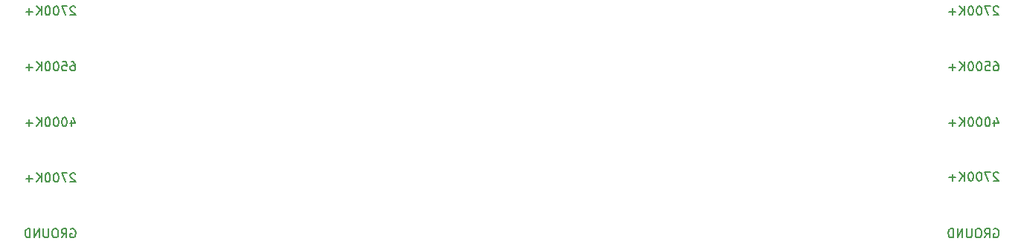
<source format=gbr>
%TF.GenerationSoftware,KiCad,Pcbnew,(5.1.9)-1*%
%TF.CreationDate,2021-12-14T13:52:55-06:00*%
%TF.ProjectId,Tri-Color-Panel,5472692d-436f-46c6-9f72-2d50616e656c,rev?*%
%TF.SameCoordinates,Original*%
%TF.FileFunction,Legend,Bot*%
%TF.FilePolarity,Positive*%
%FSLAX46Y46*%
G04 Gerber Fmt 4.6, Leading zero omitted, Abs format (unit mm)*
G04 Created by KiCad (PCBNEW (5.1.9)-1) date 2021-12-14 13:52:55*
%MOMM*%
%LPD*%
G01*
G04 APERTURE LIST*
%ADD10C,0.150000*%
G04 APERTURE END LIST*
D10*
X198826142Y-85177380D02*
X199016619Y-85177380D01*
X199111857Y-85225000D01*
X199159476Y-85272619D01*
X199254714Y-85415476D01*
X199302333Y-85605952D01*
X199302333Y-85986904D01*
X199254714Y-86082142D01*
X199207095Y-86129761D01*
X199111857Y-86177380D01*
X198921380Y-86177380D01*
X198826142Y-86129761D01*
X198778523Y-86082142D01*
X198730904Y-85986904D01*
X198730904Y-85748809D01*
X198778523Y-85653571D01*
X198826142Y-85605952D01*
X198921380Y-85558333D01*
X199111857Y-85558333D01*
X199207095Y-85605952D01*
X199254714Y-85653571D01*
X199302333Y-85748809D01*
X197826142Y-85177380D02*
X198302333Y-85177380D01*
X198349952Y-85653571D01*
X198302333Y-85605952D01*
X198207095Y-85558333D01*
X197969000Y-85558333D01*
X197873761Y-85605952D01*
X197826142Y-85653571D01*
X197778523Y-85748809D01*
X197778523Y-85986904D01*
X197826142Y-86082142D01*
X197873761Y-86129761D01*
X197969000Y-86177380D01*
X198207095Y-86177380D01*
X198302333Y-86129761D01*
X198349952Y-86082142D01*
X197159476Y-85177380D02*
X197064238Y-85177380D01*
X196969000Y-85225000D01*
X196921380Y-85272619D01*
X196873761Y-85367857D01*
X196826142Y-85558333D01*
X196826142Y-85796428D01*
X196873761Y-85986904D01*
X196921380Y-86082142D01*
X196969000Y-86129761D01*
X197064238Y-86177380D01*
X197159476Y-86177380D01*
X197254714Y-86129761D01*
X197302333Y-86082142D01*
X197349952Y-85986904D01*
X197397571Y-85796428D01*
X197397571Y-85558333D01*
X197349952Y-85367857D01*
X197302333Y-85272619D01*
X197254714Y-85225000D01*
X197159476Y-85177380D01*
X196207095Y-85177380D02*
X196111857Y-85177380D01*
X196016619Y-85225000D01*
X195969000Y-85272619D01*
X195921380Y-85367857D01*
X195873761Y-85558333D01*
X195873761Y-85796428D01*
X195921380Y-85986904D01*
X195969000Y-86082142D01*
X196016619Y-86129761D01*
X196111857Y-86177380D01*
X196207095Y-86177380D01*
X196302333Y-86129761D01*
X196349952Y-86082142D01*
X196397571Y-85986904D01*
X196445190Y-85796428D01*
X196445190Y-85558333D01*
X196397571Y-85367857D01*
X196349952Y-85272619D01*
X196302333Y-85225000D01*
X196207095Y-85177380D01*
X195445190Y-86177380D02*
X195445190Y-85177380D01*
X194873761Y-86177380D02*
X195302333Y-85605952D01*
X194873761Y-85177380D02*
X195445190Y-85748809D01*
X194445190Y-85796428D02*
X193683285Y-85796428D01*
X194064238Y-86177380D02*
X194064238Y-85415476D01*
X199302333Y-78922619D02*
X199254714Y-78875000D01*
X199159476Y-78827380D01*
X198921380Y-78827380D01*
X198826142Y-78875000D01*
X198778523Y-78922619D01*
X198730904Y-79017857D01*
X198730904Y-79113095D01*
X198778523Y-79255952D01*
X199349952Y-79827380D01*
X198730904Y-79827380D01*
X198397571Y-78827380D02*
X197730904Y-78827380D01*
X198159476Y-79827380D01*
X197159476Y-78827380D02*
X197064238Y-78827380D01*
X196969000Y-78875000D01*
X196921380Y-78922619D01*
X196873761Y-79017857D01*
X196826142Y-79208333D01*
X196826142Y-79446428D01*
X196873761Y-79636904D01*
X196921380Y-79732142D01*
X196969000Y-79779761D01*
X197064238Y-79827380D01*
X197159476Y-79827380D01*
X197254714Y-79779761D01*
X197302333Y-79732142D01*
X197349952Y-79636904D01*
X197397571Y-79446428D01*
X197397571Y-79208333D01*
X197349952Y-79017857D01*
X197302333Y-78922619D01*
X197254714Y-78875000D01*
X197159476Y-78827380D01*
X196207095Y-78827380D02*
X196111857Y-78827380D01*
X196016619Y-78875000D01*
X195969000Y-78922619D01*
X195921380Y-79017857D01*
X195873761Y-79208333D01*
X195873761Y-79446428D01*
X195921380Y-79636904D01*
X195969000Y-79732142D01*
X196016619Y-79779761D01*
X196111857Y-79827380D01*
X196207095Y-79827380D01*
X196302333Y-79779761D01*
X196349952Y-79732142D01*
X196397571Y-79636904D01*
X196445190Y-79446428D01*
X196445190Y-79208333D01*
X196397571Y-79017857D01*
X196349952Y-78922619D01*
X196302333Y-78875000D01*
X196207095Y-78827380D01*
X195445190Y-79827380D02*
X195445190Y-78827380D01*
X194873761Y-79827380D02*
X195302333Y-79255952D01*
X194873761Y-78827380D02*
X195445190Y-79398809D01*
X194445190Y-79446428D02*
X193683285Y-79446428D01*
X194064238Y-79827380D02*
X194064238Y-79065476D01*
X198778523Y-104275000D02*
X198873761Y-104227380D01*
X199016619Y-104227380D01*
X199159476Y-104275000D01*
X199254714Y-104370238D01*
X199302333Y-104465476D01*
X199349952Y-104655952D01*
X199349952Y-104798809D01*
X199302333Y-104989285D01*
X199254714Y-105084523D01*
X199159476Y-105179761D01*
X199016619Y-105227380D01*
X198921380Y-105227380D01*
X198778523Y-105179761D01*
X198730904Y-105132142D01*
X198730904Y-104798809D01*
X198921380Y-104798809D01*
X197730904Y-105227380D02*
X198064238Y-104751190D01*
X198302333Y-105227380D02*
X198302333Y-104227380D01*
X197921380Y-104227380D01*
X197826142Y-104275000D01*
X197778523Y-104322619D01*
X197730904Y-104417857D01*
X197730904Y-104560714D01*
X197778523Y-104655952D01*
X197826142Y-104703571D01*
X197921380Y-104751190D01*
X198302333Y-104751190D01*
X197111857Y-104227380D02*
X196921380Y-104227380D01*
X196826142Y-104275000D01*
X196730904Y-104370238D01*
X196683285Y-104560714D01*
X196683285Y-104894047D01*
X196730904Y-105084523D01*
X196826142Y-105179761D01*
X196921380Y-105227380D01*
X197111857Y-105227380D01*
X197207095Y-105179761D01*
X197302333Y-105084523D01*
X197349952Y-104894047D01*
X197349952Y-104560714D01*
X197302333Y-104370238D01*
X197207095Y-104275000D01*
X197111857Y-104227380D01*
X196254714Y-104227380D02*
X196254714Y-105036904D01*
X196207095Y-105132142D01*
X196159476Y-105179761D01*
X196064238Y-105227380D01*
X195873761Y-105227380D01*
X195778523Y-105179761D01*
X195730904Y-105132142D01*
X195683285Y-105036904D01*
X195683285Y-104227380D01*
X195207095Y-105227380D02*
X195207095Y-104227380D01*
X194635666Y-105227380D01*
X194635666Y-104227380D01*
X194159476Y-105227380D02*
X194159476Y-104227380D01*
X193921380Y-104227380D01*
X193778523Y-104275000D01*
X193683285Y-104370238D01*
X193635666Y-104465476D01*
X193588047Y-104655952D01*
X193588047Y-104798809D01*
X193635666Y-104989285D01*
X193683285Y-105084523D01*
X193778523Y-105179761D01*
X193921380Y-105227380D01*
X194159476Y-105227380D01*
X198826142Y-91860714D02*
X198826142Y-92527380D01*
X199064238Y-91479761D02*
X199302333Y-92194047D01*
X198683285Y-92194047D01*
X198111857Y-91527380D02*
X198016619Y-91527380D01*
X197921380Y-91575000D01*
X197873761Y-91622619D01*
X197826142Y-91717857D01*
X197778523Y-91908333D01*
X197778523Y-92146428D01*
X197826142Y-92336904D01*
X197873761Y-92432142D01*
X197921380Y-92479761D01*
X198016619Y-92527380D01*
X198111857Y-92527380D01*
X198207095Y-92479761D01*
X198254714Y-92432142D01*
X198302333Y-92336904D01*
X198349952Y-92146428D01*
X198349952Y-91908333D01*
X198302333Y-91717857D01*
X198254714Y-91622619D01*
X198207095Y-91575000D01*
X198111857Y-91527380D01*
X197159476Y-91527380D02*
X197064238Y-91527380D01*
X196969000Y-91575000D01*
X196921380Y-91622619D01*
X196873761Y-91717857D01*
X196826142Y-91908333D01*
X196826142Y-92146428D01*
X196873761Y-92336904D01*
X196921380Y-92432142D01*
X196969000Y-92479761D01*
X197064238Y-92527380D01*
X197159476Y-92527380D01*
X197254714Y-92479761D01*
X197302333Y-92432142D01*
X197349952Y-92336904D01*
X197397571Y-92146428D01*
X197397571Y-91908333D01*
X197349952Y-91717857D01*
X197302333Y-91622619D01*
X197254714Y-91575000D01*
X197159476Y-91527380D01*
X196207095Y-91527380D02*
X196111857Y-91527380D01*
X196016619Y-91575000D01*
X195969000Y-91622619D01*
X195921380Y-91717857D01*
X195873761Y-91908333D01*
X195873761Y-92146428D01*
X195921380Y-92336904D01*
X195969000Y-92432142D01*
X196016619Y-92479761D01*
X196111857Y-92527380D01*
X196207095Y-92527380D01*
X196302333Y-92479761D01*
X196349952Y-92432142D01*
X196397571Y-92336904D01*
X196445190Y-92146428D01*
X196445190Y-91908333D01*
X196397571Y-91717857D01*
X196349952Y-91622619D01*
X196302333Y-91575000D01*
X196207095Y-91527380D01*
X195445190Y-92527380D02*
X195445190Y-91527380D01*
X194873761Y-92527380D02*
X195302333Y-91955952D01*
X194873761Y-91527380D02*
X195445190Y-92098809D01*
X194445190Y-92146428D02*
X193683285Y-92146428D01*
X194064238Y-92527380D02*
X194064238Y-91765476D01*
X199302333Y-97845619D02*
X199254714Y-97798000D01*
X199159476Y-97750380D01*
X198921380Y-97750380D01*
X198826142Y-97798000D01*
X198778523Y-97845619D01*
X198730904Y-97940857D01*
X198730904Y-98036095D01*
X198778523Y-98178952D01*
X199349952Y-98750380D01*
X198730904Y-98750380D01*
X198397571Y-97750380D02*
X197730904Y-97750380D01*
X198159476Y-98750380D01*
X197159476Y-97750380D02*
X197064238Y-97750380D01*
X196969000Y-97798000D01*
X196921380Y-97845619D01*
X196873761Y-97940857D01*
X196826142Y-98131333D01*
X196826142Y-98369428D01*
X196873761Y-98559904D01*
X196921380Y-98655142D01*
X196969000Y-98702761D01*
X197064238Y-98750380D01*
X197159476Y-98750380D01*
X197254714Y-98702761D01*
X197302333Y-98655142D01*
X197349952Y-98559904D01*
X197397571Y-98369428D01*
X197397571Y-98131333D01*
X197349952Y-97940857D01*
X197302333Y-97845619D01*
X197254714Y-97798000D01*
X197159476Y-97750380D01*
X196207095Y-97750380D02*
X196111857Y-97750380D01*
X196016619Y-97798000D01*
X195969000Y-97845619D01*
X195921380Y-97940857D01*
X195873761Y-98131333D01*
X195873761Y-98369428D01*
X195921380Y-98559904D01*
X195969000Y-98655142D01*
X196016619Y-98702761D01*
X196111857Y-98750380D01*
X196207095Y-98750380D01*
X196302333Y-98702761D01*
X196349952Y-98655142D01*
X196397571Y-98559904D01*
X196445190Y-98369428D01*
X196445190Y-98131333D01*
X196397571Y-97940857D01*
X196349952Y-97845619D01*
X196302333Y-97798000D01*
X196207095Y-97750380D01*
X195445190Y-98750380D02*
X195445190Y-97750380D01*
X194873761Y-98750380D02*
X195302333Y-98178952D01*
X194873761Y-97750380D02*
X195445190Y-98321809D01*
X194445190Y-98369428D02*
X193683285Y-98369428D01*
X194064238Y-98750380D02*
X194064238Y-97988476D01*
X93749523Y-104275000D02*
X93844761Y-104227380D01*
X93987619Y-104227380D01*
X94130476Y-104275000D01*
X94225714Y-104370238D01*
X94273333Y-104465476D01*
X94320952Y-104655952D01*
X94320952Y-104798809D01*
X94273333Y-104989285D01*
X94225714Y-105084523D01*
X94130476Y-105179761D01*
X93987619Y-105227380D01*
X93892380Y-105227380D01*
X93749523Y-105179761D01*
X93701904Y-105132142D01*
X93701904Y-104798809D01*
X93892380Y-104798809D01*
X92701904Y-105227380D02*
X93035238Y-104751190D01*
X93273333Y-105227380D02*
X93273333Y-104227380D01*
X92892380Y-104227380D01*
X92797142Y-104275000D01*
X92749523Y-104322619D01*
X92701904Y-104417857D01*
X92701904Y-104560714D01*
X92749523Y-104655952D01*
X92797142Y-104703571D01*
X92892380Y-104751190D01*
X93273333Y-104751190D01*
X92082857Y-104227380D02*
X91892380Y-104227380D01*
X91797142Y-104275000D01*
X91701904Y-104370238D01*
X91654285Y-104560714D01*
X91654285Y-104894047D01*
X91701904Y-105084523D01*
X91797142Y-105179761D01*
X91892380Y-105227380D01*
X92082857Y-105227380D01*
X92178095Y-105179761D01*
X92273333Y-105084523D01*
X92320952Y-104894047D01*
X92320952Y-104560714D01*
X92273333Y-104370238D01*
X92178095Y-104275000D01*
X92082857Y-104227380D01*
X91225714Y-104227380D02*
X91225714Y-105036904D01*
X91178095Y-105132142D01*
X91130476Y-105179761D01*
X91035238Y-105227380D01*
X90844761Y-105227380D01*
X90749523Y-105179761D01*
X90701904Y-105132142D01*
X90654285Y-105036904D01*
X90654285Y-104227380D01*
X90178095Y-105227380D02*
X90178095Y-104227380D01*
X89606666Y-105227380D01*
X89606666Y-104227380D01*
X89130476Y-105227380D02*
X89130476Y-104227380D01*
X88892380Y-104227380D01*
X88749523Y-104275000D01*
X88654285Y-104370238D01*
X88606666Y-104465476D01*
X88559047Y-104655952D01*
X88559047Y-104798809D01*
X88606666Y-104989285D01*
X88654285Y-105084523D01*
X88749523Y-105179761D01*
X88892380Y-105227380D01*
X89130476Y-105227380D01*
X94273333Y-97972619D02*
X94225714Y-97925000D01*
X94130476Y-97877380D01*
X93892380Y-97877380D01*
X93797142Y-97925000D01*
X93749523Y-97972619D01*
X93701904Y-98067857D01*
X93701904Y-98163095D01*
X93749523Y-98305952D01*
X94320952Y-98877380D01*
X93701904Y-98877380D01*
X93368571Y-97877380D02*
X92701904Y-97877380D01*
X93130476Y-98877380D01*
X92130476Y-97877380D02*
X92035238Y-97877380D01*
X91940000Y-97925000D01*
X91892380Y-97972619D01*
X91844761Y-98067857D01*
X91797142Y-98258333D01*
X91797142Y-98496428D01*
X91844761Y-98686904D01*
X91892380Y-98782142D01*
X91940000Y-98829761D01*
X92035238Y-98877380D01*
X92130476Y-98877380D01*
X92225714Y-98829761D01*
X92273333Y-98782142D01*
X92320952Y-98686904D01*
X92368571Y-98496428D01*
X92368571Y-98258333D01*
X92320952Y-98067857D01*
X92273333Y-97972619D01*
X92225714Y-97925000D01*
X92130476Y-97877380D01*
X91178095Y-97877380D02*
X91082857Y-97877380D01*
X90987619Y-97925000D01*
X90940000Y-97972619D01*
X90892380Y-98067857D01*
X90844761Y-98258333D01*
X90844761Y-98496428D01*
X90892380Y-98686904D01*
X90940000Y-98782142D01*
X90987619Y-98829761D01*
X91082857Y-98877380D01*
X91178095Y-98877380D01*
X91273333Y-98829761D01*
X91320952Y-98782142D01*
X91368571Y-98686904D01*
X91416190Y-98496428D01*
X91416190Y-98258333D01*
X91368571Y-98067857D01*
X91320952Y-97972619D01*
X91273333Y-97925000D01*
X91178095Y-97877380D01*
X90416190Y-98877380D02*
X90416190Y-97877380D01*
X89844761Y-98877380D02*
X90273333Y-98305952D01*
X89844761Y-97877380D02*
X90416190Y-98448809D01*
X89416190Y-98496428D02*
X88654285Y-98496428D01*
X89035238Y-98877380D02*
X89035238Y-98115476D01*
X93797142Y-91860714D02*
X93797142Y-92527380D01*
X94035238Y-91479761D02*
X94273333Y-92194047D01*
X93654285Y-92194047D01*
X93082857Y-91527380D02*
X92987619Y-91527380D01*
X92892380Y-91575000D01*
X92844761Y-91622619D01*
X92797142Y-91717857D01*
X92749523Y-91908333D01*
X92749523Y-92146428D01*
X92797142Y-92336904D01*
X92844761Y-92432142D01*
X92892380Y-92479761D01*
X92987619Y-92527380D01*
X93082857Y-92527380D01*
X93178095Y-92479761D01*
X93225714Y-92432142D01*
X93273333Y-92336904D01*
X93320952Y-92146428D01*
X93320952Y-91908333D01*
X93273333Y-91717857D01*
X93225714Y-91622619D01*
X93178095Y-91575000D01*
X93082857Y-91527380D01*
X92130476Y-91527380D02*
X92035238Y-91527380D01*
X91940000Y-91575000D01*
X91892380Y-91622619D01*
X91844761Y-91717857D01*
X91797142Y-91908333D01*
X91797142Y-92146428D01*
X91844761Y-92336904D01*
X91892380Y-92432142D01*
X91940000Y-92479761D01*
X92035238Y-92527380D01*
X92130476Y-92527380D01*
X92225714Y-92479761D01*
X92273333Y-92432142D01*
X92320952Y-92336904D01*
X92368571Y-92146428D01*
X92368571Y-91908333D01*
X92320952Y-91717857D01*
X92273333Y-91622619D01*
X92225714Y-91575000D01*
X92130476Y-91527380D01*
X91178095Y-91527380D02*
X91082857Y-91527380D01*
X90987619Y-91575000D01*
X90940000Y-91622619D01*
X90892380Y-91717857D01*
X90844761Y-91908333D01*
X90844761Y-92146428D01*
X90892380Y-92336904D01*
X90940000Y-92432142D01*
X90987619Y-92479761D01*
X91082857Y-92527380D01*
X91178095Y-92527380D01*
X91273333Y-92479761D01*
X91320952Y-92432142D01*
X91368571Y-92336904D01*
X91416190Y-92146428D01*
X91416190Y-91908333D01*
X91368571Y-91717857D01*
X91320952Y-91622619D01*
X91273333Y-91575000D01*
X91178095Y-91527380D01*
X90416190Y-92527380D02*
X90416190Y-91527380D01*
X89844761Y-92527380D02*
X90273333Y-91955952D01*
X89844761Y-91527380D02*
X90416190Y-92098809D01*
X89416190Y-92146428D02*
X88654285Y-92146428D01*
X89035238Y-92527380D02*
X89035238Y-91765476D01*
X93797142Y-85177380D02*
X93987619Y-85177380D01*
X94082857Y-85225000D01*
X94130476Y-85272619D01*
X94225714Y-85415476D01*
X94273333Y-85605952D01*
X94273333Y-85986904D01*
X94225714Y-86082142D01*
X94178095Y-86129761D01*
X94082857Y-86177380D01*
X93892380Y-86177380D01*
X93797142Y-86129761D01*
X93749523Y-86082142D01*
X93701904Y-85986904D01*
X93701904Y-85748809D01*
X93749523Y-85653571D01*
X93797142Y-85605952D01*
X93892380Y-85558333D01*
X94082857Y-85558333D01*
X94178095Y-85605952D01*
X94225714Y-85653571D01*
X94273333Y-85748809D01*
X92797142Y-85177380D02*
X93273333Y-85177380D01*
X93320952Y-85653571D01*
X93273333Y-85605952D01*
X93178095Y-85558333D01*
X92940000Y-85558333D01*
X92844761Y-85605952D01*
X92797142Y-85653571D01*
X92749523Y-85748809D01*
X92749523Y-85986904D01*
X92797142Y-86082142D01*
X92844761Y-86129761D01*
X92940000Y-86177380D01*
X93178095Y-86177380D01*
X93273333Y-86129761D01*
X93320952Y-86082142D01*
X92130476Y-85177380D02*
X92035238Y-85177380D01*
X91940000Y-85225000D01*
X91892380Y-85272619D01*
X91844761Y-85367857D01*
X91797142Y-85558333D01*
X91797142Y-85796428D01*
X91844761Y-85986904D01*
X91892380Y-86082142D01*
X91940000Y-86129761D01*
X92035238Y-86177380D01*
X92130476Y-86177380D01*
X92225714Y-86129761D01*
X92273333Y-86082142D01*
X92320952Y-85986904D01*
X92368571Y-85796428D01*
X92368571Y-85558333D01*
X92320952Y-85367857D01*
X92273333Y-85272619D01*
X92225714Y-85225000D01*
X92130476Y-85177380D01*
X91178095Y-85177380D02*
X91082857Y-85177380D01*
X90987619Y-85225000D01*
X90940000Y-85272619D01*
X90892380Y-85367857D01*
X90844761Y-85558333D01*
X90844761Y-85796428D01*
X90892380Y-85986904D01*
X90940000Y-86082142D01*
X90987619Y-86129761D01*
X91082857Y-86177380D01*
X91178095Y-86177380D01*
X91273333Y-86129761D01*
X91320952Y-86082142D01*
X91368571Y-85986904D01*
X91416190Y-85796428D01*
X91416190Y-85558333D01*
X91368571Y-85367857D01*
X91320952Y-85272619D01*
X91273333Y-85225000D01*
X91178095Y-85177380D01*
X90416190Y-86177380D02*
X90416190Y-85177380D01*
X89844761Y-86177380D02*
X90273333Y-85605952D01*
X89844761Y-85177380D02*
X90416190Y-85748809D01*
X89416190Y-85796428D02*
X88654285Y-85796428D01*
X89035238Y-86177380D02*
X89035238Y-85415476D01*
X94273333Y-78922619D02*
X94225714Y-78875000D01*
X94130476Y-78827380D01*
X93892380Y-78827380D01*
X93797142Y-78875000D01*
X93749523Y-78922619D01*
X93701904Y-79017857D01*
X93701904Y-79113095D01*
X93749523Y-79255952D01*
X94320952Y-79827380D01*
X93701904Y-79827380D01*
X93368571Y-78827380D02*
X92701904Y-78827380D01*
X93130476Y-79827380D01*
X92130476Y-78827380D02*
X92035238Y-78827380D01*
X91940000Y-78875000D01*
X91892380Y-78922619D01*
X91844761Y-79017857D01*
X91797142Y-79208333D01*
X91797142Y-79446428D01*
X91844761Y-79636904D01*
X91892380Y-79732142D01*
X91940000Y-79779761D01*
X92035238Y-79827380D01*
X92130476Y-79827380D01*
X92225714Y-79779761D01*
X92273333Y-79732142D01*
X92320952Y-79636904D01*
X92368571Y-79446428D01*
X92368571Y-79208333D01*
X92320952Y-79017857D01*
X92273333Y-78922619D01*
X92225714Y-78875000D01*
X92130476Y-78827380D01*
X91178095Y-78827380D02*
X91082857Y-78827380D01*
X90987619Y-78875000D01*
X90940000Y-78922619D01*
X90892380Y-79017857D01*
X90844761Y-79208333D01*
X90844761Y-79446428D01*
X90892380Y-79636904D01*
X90940000Y-79732142D01*
X90987619Y-79779761D01*
X91082857Y-79827380D01*
X91178095Y-79827380D01*
X91273333Y-79779761D01*
X91320952Y-79732142D01*
X91368571Y-79636904D01*
X91416190Y-79446428D01*
X91416190Y-79208333D01*
X91368571Y-79017857D01*
X91320952Y-78922619D01*
X91273333Y-78875000D01*
X91178095Y-78827380D01*
X90416190Y-79827380D02*
X90416190Y-78827380D01*
X89844761Y-79827380D02*
X90273333Y-79255952D01*
X89844761Y-78827380D02*
X90416190Y-79398809D01*
X89416190Y-79446428D02*
X88654285Y-79446428D01*
X89035238Y-79827380D02*
X89035238Y-79065476D01*
M02*

</source>
